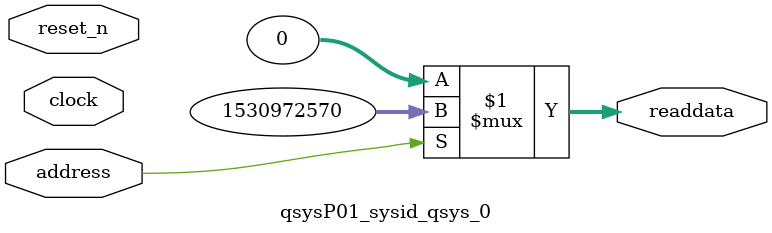
<source format=v>

`timescale 1ns / 1ps
// synthesis translate_on

// turn off superfluous verilog processor warnings 
// altera message_level Level1 
// altera message_off 10034 10035 10036 10037 10230 10240 10030 

module qsysP01_sysid_qsys_0 (
               // inputs:
                address,
                clock,
                reset_n,

               // outputs:
                readdata
             )
;

  output  [ 31: 0] readdata;
  input            address;
  input            clock;
  input            reset_n;

  wire    [ 31: 0] readdata;
  //control_slave, which is an e_avalon_slave
  assign readdata = address ? 1530972570 : 0;

endmodule




</source>
